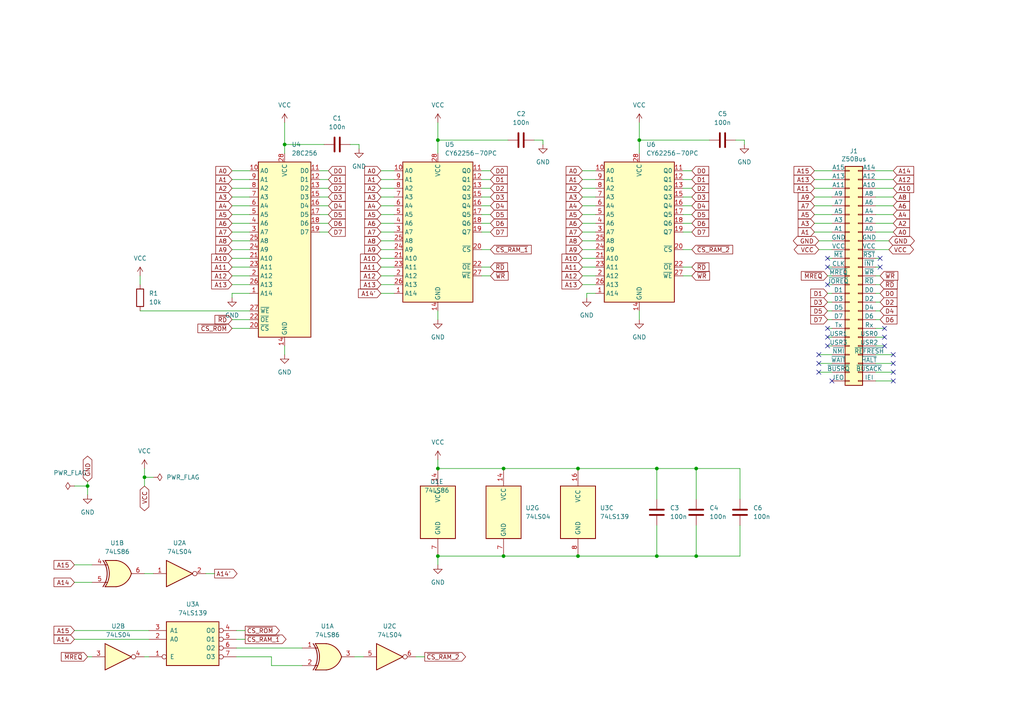
<source format=kicad_sch>
(kicad_sch (version 20211123) (generator eeschema)
  (paper "A4")
  (title_block (title "AZ80 Memory Board 1648") (date "2022-05-22") (rev "v1.0") (company "Andrea Bettarini"))
  (lib_symbols
    (symbol "74xx:74LS04"
      (property "Reference" "U" (at 0 1.27 0))
      (property "Value" "74LS04" (at 0 -1.27 0))
      (symbol "74LS04_1_0"
        (pin input line (at -7.62 0 0) (length 3.81) (name "~") (number "1"))
        (pin output inverted (at 7.62 0 180) (length 3.81) (name "~") (number "2"))
      )
      (symbol "74LS04_2_0"
        (pin input line (at -7.62 0 0) (length 3.81) (name "~") (number "3"))
        (pin output inverted (at 7.62 0 180) (length 3.81) (name "~") (number "4"))
      )
      (symbol "74LS04_3_0"
        (pin input line (at -7.62 0 0) (length 3.81) (name "~") (number "5"))
        (pin output inverted (at 7.62 0 180) (length 3.81) (name "~") (number "6"))
      )
      (symbol "74LS04_4_0"
        (pin output inverted (at 7.62 0 180) (length 3.81) (name "~") (number "8"))
        (pin input line (at -7.62 0 0) (length 3.81) (name "~") (number "9"))
      )
      (symbol "74LS04_5_0"
        (pin output inverted (at 7.62 0 180) (length 3.81) (name "~") (number "10"))
        (pin input line (at -7.62 0 0) (length 3.81) (name "~") (number "11"))
      )
      (symbol "74LS04_6_0"
        (pin output inverted (at 7.62 0 180) (length 3.81) (name "~") (number "12"))
        (pin input line (at -7.62 0 0) (length 3.81) (name "~") (number "13"))
      )
      (symbol "74LS04_7_0"
        (pin power_in line (at 0 12.7 270) (length 5.08) (name "VCC") (number "14"))
        (pin power_in line (at 0 -12.7 90) (length 5.08) (name "GND") (number "7"))
      )
    )
    (symbol "74xx:74LS139" (pin_names (offset 1.016))
      (property "Reference" "U" (at -7.62 8.89 0))
      (property "Value" "74LS139" (at -7.62 -8.89 0))
      (symbol "74LS139_1_0"
        (pin input inverted (at -12.7 -5.08 0) (length 5.08) (name "E") (number "1"))
        (pin input line (at -12.7 0 0) (length 5.08) (name "A0") (number "2"))
        (pin input line (at -12.7 2.54 0) (length 5.08) (name "A1") (number "3"))
        (pin output inverted (at 12.7 2.54 180) (length 5.08) (name "O0") (number "4"))
        (pin output inverted (at 12.7 0 180) (length 5.08) (name "O1") (number "5"))
        (pin output inverted (at 12.7 -2.54 180) (length 5.08) (name "O2") (number "6"))
        (pin output inverted (at 12.7 -5.08 180) (length 5.08) (name "O3") (number "7"))
      )
      (symbol "74LS139_2_0"
        (pin output inverted (at 12.7 -2.54 180) (length 5.08) (name "O2") (number "10"))
        (pin output inverted (at 12.7 0 180) (length 5.08) (name "O1") (number "11"))
        (pin output inverted (at 12.7 2.54 180) (length 5.08) (name "O0") (number "12"))
        (pin input line (at -12.7 2.54 0) (length 5.08) (name "A1") (number "13"))
        (pin input line (at -12.7 0 0) (length 5.08) (name "A0") (number "14"))
        (pin input inverted (at -12.7 -5.08 0) (length 5.08) (name "E") (number "15"))
        (pin output inverted (at 12.7 -5.08 180) (length 5.08) (name "O3") (number "9"))
      )
      (symbol "74LS139_3_0"
        (pin power_in line (at 0 12.7 270) (length 5.08) (name "VCC") (number "16"))
        (pin power_in line (at 0 -12.7 90) (length 5.08) (name "GND") (number "8"))
      )
    )
    (symbol "74xx:74LS86" (pin_names (offset 1.016))
      (property "Reference" "U" (at 0 1.27 0))
      (property "Value" "74LS86" (at 0 -1.27 0))
      (symbol "74LS86_1_0"
        (pin input line (at -7.62 2.54 0) (length 4.445) (name "~") (number "1"))
        (pin input line (at -7.62 -2.54 0) (length 4.445) (name "~") (number "2"))
        (pin output line (at 7.62 0 180) (length 3.81) (name "~") (number "3"))
      )
      (symbol "74LS86_2_0"
        (pin input line (at -7.62 2.54 0) (length 4.445) (name "~") (number "4"))
        (pin input line (at -7.62 -2.54 0) (length 4.445) (name "~") (number "5"))
        (pin output line (at 7.62 0 180) (length 3.81) (name "~") (number "6"))
      )
      (symbol "74LS86_3_0"
        (pin input line (at -7.62 -2.54 0) (length 4.445) (name "~") (number "10"))
        (pin output line (at 7.62 0 180) (length 3.81) (name "~") (number "8"))
        (pin input line (at -7.62 2.54 0) (length 4.445) (name "~") (number "9"))
      )
      (symbol "74LS86_4_0"
        (pin output line (at 7.62 0 180) (length 3.81) (name "~") (number "11"))
        (pin input line (at -7.62 2.54 0) (length 4.445) (name "~") (number "12"))
        (pin input line (at -7.62 -2.54 0) (length 4.445) (name "~") (number "13"))
      )
      (symbol "74LS86_5_0"
        (pin power_in line (at 0 12.7 270) (length 5.08) (name "VCC") (number "14"))
        (pin power_in line (at 0 -12.7 90) (length 5.08) (name "GND") (number "7"))
      )
    )
    (symbol "Device:C" (pin_numbers hide) (pin_names (offset 0.254))
      (property "Reference" "C" (at 0.635 2.54 0))
      (property "Value" "C" (at 0.635 -2.54 0))
      (symbol "C_1_1"
        (pin passive line (at 0 3.81 270) (length 2.794) (name "~") (number "1"))
        (pin passive line (at 0 -3.81 90) (length 2.794) (name "~") (number "2"))
      )
    )
    (symbol "Device:R" (pin_numbers hide) (pin_names (offset 0))
      (property "Reference" "R" (at 2.032 0 90))
      (property "Value" "R" (at 0 0 90))
      (symbol "R_1_1"
        (pin passive line (at 0 3.81 270) (length 1.27) (name "~") (number "1"))
        (pin passive line (at 0 -3.81 90) (length 1.27) (name "~") (number "2"))
      )
    )
    (symbol "Memory_EEPROM:28C256"
      (property "Reference" "U" (at -7.62 26.67 0))
      (property "Value" "28C256" (at 2.54 -26.67 0))
      (symbol "28C256_1_1"
        (pin input line (at -10.16 -12.7 0) (length 2.54) (name "A14") (number "1"))
        (pin input line (at -10.16 22.86 0) (length 2.54) (name "A0") (number "10"))
        (pin tri_state line (at 10.16 22.86 180) (length 2.54) (name "D0") (number "11"))
        (pin tri_state line (at 10.16 20.32 180) (length 2.54) (name "D1") (number "12"))
        (pin tri_state line (at 10.16 17.78 180) (length 2.54) (name "D2") (number "13"))
        (pin power_in line (at 0 -27.94 90) (length 2.54) (name "GND") (number "14"))
        (pin tri_state line (at 10.16 15.24 180) (length 2.54) (name "D3") (number "15"))
        (pin tri_state line (at 10.16 12.7 180) (length 2.54) (name "D4") (number "16"))
        (pin tri_state line (at 10.16 10.16 180) (length 2.54) (name "D5") (number "17"))
        (pin tri_state line (at 10.16 7.62 180) (length 2.54) (name "D6") (number "18"))
        (pin tri_state line (at 10.16 5.08 180) (length 2.54) (name "D7") (number "19"))
        (pin input line (at -10.16 -7.62 0) (length 2.54) (name "A12") (number "2"))
        (pin input line (at -10.16 -22.86 0) (length 2.54) (name "~{CS}") (number "20"))
        (pin input line (at -10.16 -2.54 0) (length 2.54) (name "A10") (number "21"))
        (pin input line (at -10.16 -20.32 0) (length 2.54) (name "~{OE}") (number "22"))
        (pin input line (at -10.16 -5.08 0) (length 2.54) (name "A11") (number "23"))
        (pin input line (at -10.16 0 0) (length 2.54) (name "A9") (number "24"))
        (pin input line (at -10.16 2.54 0) (length 2.54) (name "A8") (number "25"))
        (pin input line (at -10.16 -10.16 0) (length 2.54) (name "A13") (number "26"))
        (pin input line (at -10.16 -17.78 0) (length 2.54) (name "~{WE}") (number "27"))
        (pin power_in line (at 0 27.94 270) (length 2.54) (name "VCC") (number "28"))
        (pin input line (at -10.16 5.08 0) (length 2.54) (name "A7") (number "3"))
        (pin input line (at -10.16 7.62 0) (length 2.54) (name "A6") (number "4"))
        (pin input line (at -10.16 10.16 0) (length 2.54) (name "A5") (number "5"))
        (pin input line (at -10.16 12.7 0) (length 2.54) (name "A4") (number "6"))
        (pin input line (at -10.16 15.24 0) (length 2.54) (name "A3") (number "7"))
        (pin input line (at -10.16 17.78 0) (length 2.54) (name "A2") (number "8"))
        (pin input line (at -10.16 20.32 0) (length 2.54) (name "A1") (number "9"))
      )
    )
    (symbol "Memory_RAM:CY62256-70PC"
      (property "Reference" "U" (at -10.16 20.955 0))
      (property "Value" "CY62256-70PC" (at 2.54 20.955 0))
      (symbol "CY62256-70PC_0_0"
        (pin power_in line (at 0 -22.86 90) (length 2.54) (name "GND") (number "14"))
        (pin power_in line (at 0 22.86 270) (length 2.54) (name "VCC") (number "28"))
      )
      (symbol "CY62256-70PC_1_1"
        (pin input line (at -12.7 -17.78 0) (length 2.54) (name "A14") (number "1"))
        (pin input line (at -12.7 17.78 0) (length 2.54) (name "A0") (number "10"))
        (pin tri_state line (at 12.7 17.78 180) (length 2.54) (name "Q0") (number "11"))
        (pin tri_state line (at 12.7 15.24 180) (length 2.54) (name "Q1") (number "12"))
        (pin tri_state line (at 12.7 12.7 180) (length 2.54) (name "Q2") (number "13"))
        (pin tri_state line (at 12.7 10.16 180) (length 2.54) (name "Q3") (number "15"))
        (pin tri_state line (at 12.7 7.62 180) (length 2.54) (name "Q4") (number "16"))
        (pin tri_state line (at 12.7 5.08 180) (length 2.54) (name "Q5") (number "17"))
        (pin tri_state line (at 12.7 2.54 180) (length 2.54) (name "Q6") (number "18"))
        (pin tri_state line (at 12.7 0 180) (length 2.54) (name "Q7") (number "19"))
        (pin input line (at -12.7 -12.7 0) (length 2.54) (name "A12") (number "2"))
        (pin input line (at 12.7 -5.08 180) (length 2.54) (name "~{CS}") (number "20"))
        (pin input line (at -12.7 -7.62 0) (length 2.54) (name "A10") (number "21"))
        (pin input line (at 12.7 -10.16 180) (length 2.54) (name "~{OE}") (number "22"))
        (pin input line (at -12.7 -10.16 0) (length 2.54) (name "A11") (number "23"))
        (pin input line (at -12.7 -5.08 0) (length 2.54) (name "A9") (number "24"))
        (pin input line (at -12.7 -2.54 0) (length 2.54) (name "A8") (number "25"))
        (pin input line (at -12.7 -15.24 0) (length 2.54) (name "A13") (number "26"))
        (pin input line (at 12.7 -12.7 180) (length 2.54) (name "~{WE}") (number "27"))
        (pin input line (at -12.7 0 0) (length 2.54) (name "A7") (number "3"))
        (pin input line (at -12.7 2.54 0) (length 2.54) (name "A6") (number "4"))
        (pin input line (at -12.7 5.08 0) (length 2.54) (name "A5") (number "5"))
        (pin input line (at -12.7 7.62 0) (length 2.54) (name "A4") (number "6"))
        (pin input line (at -12.7 10.16 0) (length 2.54) (name "A3") (number "7"))
        (pin input line (at -12.7 12.7 0) (length 2.54) (name "A2") (number "8"))
        (pin input line (at -12.7 15.24 0) (length 2.54) (name "A1") (number "9"))
      )
    )
    (symbol "Z80HB---Modular-rescue:Z50Bus-Connector_Generic" (pin_numbers hide) (pin_names (offset 0))
      (property "Reference" "J" (at 1.27 33.02 0))
      (property "Value" "Z50Bus-Connector_Generic" (at 1.27 -33.02 0))
      (symbol "Z50Bus-Connector_Generic_1_1"
        (pin passive line (at -5.08 30.48 0) (length 3.81) (name "A15") (number "1"))
        (pin passive line (at 7.62 20.32 180) (length 3.81) (name "A6") (number "10"))
        (pin passive line (at -5.08 17.78 0) (length 3.81) (name "A5") (number "11"))
        (pin passive line (at 7.62 17.78 180) (length 3.81) (name "A4") (number "12"))
        (pin passive line (at -5.08 15.24 0) (length 3.81) (name "A3") (number "13"))
        (pin passive line (at 7.62 15.24 180) (length 3.81) (name "A2") (number "14"))
        (pin passive line (at -5.08 12.7 0) (length 3.81) (name "A1") (number "15"))
        (pin passive line (at 7.62 12.7 180) (length 3.81) (name "A0") (number "16"))
        (pin passive line (at -5.08 10.16 0) (length 3.81) (name "GND") (number "17"))
        (pin passive line (at 7.62 10.16 180) (length 3.81) (name "GND") (number "18"))
        (pin passive line (at -5.08 7.62 0) (length 3.81) (name "VCC") (number "19"))
        (pin passive line (at 7.62 30.48 180) (length 3.81) (name "A14") (number "2"))
        (pin passive line (at 7.62 7.62 180) (length 3.81) (name "VCC") (number "20"))
        (pin passive line (at -5.08 5.08 0) (length 3.81) (name "~{M1}") (number "21"))
        (pin passive line (at 7.62 5.08 180) (length 3.81) (name "~{RST}") (number "22"))
        (pin passive line (at -5.08 2.54 0) (length 3.81) (name "CLK") (number "23"))
        (pin passive line (at 7.62 2.54 180) (length 3.81) (name "~{INT}") (number "24"))
        (pin passive line (at -5.08 0 0) (length 3.81) (name "~{MREQ}") (number "25"))
        (pin passive line (at 7.62 0 180) (length 3.81) (name "~{WR}") (number "26"))
        (pin passive line (at -5.08 -2.54 0) (length 3.81) (name "~{IOREQ}") (number "27"))
        (pin passive line (at 7.62 -2.54 180) (length 3.81) (name "~{RD}") (number "28"))
        (pin passive line (at -5.08 -5.08 0) (length 3.81) (name "D1") (number "29"))
        (pin passive line (at -5.08 27.94 0) (length 3.81) (name "A13") (number "3"))
        (pin passive line (at 7.62 -5.08 180) (length 3.81) (name "D0") (number "30"))
        (pin passive line (at -5.08 -7.62 0) (length 3.81) (name "D3") (number "31"))
        (pin passive line (at 7.62 -7.62 180) (length 3.81) (name "D2") (number "32"))
        (pin passive line (at -5.08 -10.16 0) (length 3.81) (name "D5") (number "33"))
        (pin passive line (at 7.62 -10.16 180) (length 3.81) (name "D4") (number "34"))
        (pin passive line (at -5.08 -12.7 0) (length 3.81) (name "D7") (number "35"))
        (pin passive line (at 7.62 -12.7 180) (length 3.81) (name "D6") (number "36"))
        (pin passive line (at -5.08 -15.24 0) (length 3.81) (name "Tx") (number "37"))
        (pin passive line (at 7.62 -15.24 180) (length 3.81) (name "Rx") (number "38"))
        (pin passive line (at -5.08 -17.78 0) (length 3.81) (name "USR1") (number "39"))
        (pin passive line (at 7.62 27.94 180) (length 3.81) (name "A12") (number "4"))
        (pin passive line (at 7.62 -17.78 180) (length 3.81) (name "USR0") (number "40"))
        (pin passive line (at -5.08 -20.32 0) (length 3.81) (name "USR3") (number "41"))
        (pin passive line (at 7.62 -20.32 180) (length 3.81) (name "USR2") (number "42"))
        (pin passive line (at -5.08 -22.86 0) (length 3.81) (name "~{NMI}") (number "43"))
        (pin passive line (at 7.62 -22.86 180) (length 3.81) (name "~{REFRESH}") (number "44"))
        (pin passive line (at -5.08 -25.4 0) (length 3.81) (name "~{WAIT}") (number "45"))
        (pin passive line (at 7.62 -25.4 180) (length 3.81) (name "~{HALT}") (number "46"))
        (pin passive line (at -5.08 -27.94 0) (length 3.81) (name "~{BUSRQ}") (number "47"))
        (pin passive line (at 7.62 -27.94 180) (length 3.81) (name "~{BUSACK}") (number "48"))
        (pin passive line (at -5.08 -30.48 0) (length 3.81) (name "IEO") (number "49"))
        (pin passive line (at -5.08 25.4 0) (length 3.81) (name "A11") (number "5"))
        (pin passive line (at 7.62 -30.48 180) (length 3.81) (name "IEI") (number "50"))
        (pin passive line (at 7.62 25.4 180) (length 3.81) (name "A10") (number "6"))
        (pin passive line (at -5.08 22.86 0) (length 3.81) (name "A9") (number "7"))
        (pin passive line (at 7.62 22.86 180) (length 3.81) (name "A8") (number "8"))
        (pin passive line (at -5.08 20.32 0) (length 3.81) (name "A7") (number "9"))
      )
    )
    (symbol "power:GND" (power) (pin_names (offset 0))
      (property "Value" "GND" (at 0 -3.81 0))
      (symbol "GND_1_1"
        (pin power_in line (at 0 0 270) (length 0) hide (name "GND") (number "1"))
      )
    )
    (symbol "power:PWR_FLAG" (power) (pin_numbers hide) (pin_names (offset 0) hide)
      (property "Value" "PWR_FLAG" (at 0 3.81 0))
      (symbol "PWR_FLAG_0_0"
        (pin power_out line (at 0 0 90) (length 0) (name "pwr") (number "1"))
      )
    )
    (symbol "power:VCC" (power) (pin_names (offset 0))
      (property "Value" "VCC" (at 0 3.81 0))
      (symbol "VCC_1_1"
        (pin power_in line (at 0 0 90) (length 0) hide (name "VCC") (number "1"))
      )
    )
  )
  (junction (at 127 135.89))
  (junction (at 167.64 161.29))
  (junction (at 82.55 41.91))
  (junction (at 167.64 135.89))
  (junction (at 201.93 161.29))
  (junction (at 127 161.29))
  (junction (at 190.5 161.29))
  (junction (at 25.4 140.97))
  (junction (at 185.42 40.64))
  (junction (at 190.5 135.89))
  (junction (at 201.93 135.89))
  (junction (at 146.05 135.89))
  (junction (at 41.91 138.43))
  (junction (at 127 40.64))
  (junction (at 146.05 161.29))
  (no_connect (at 256.54 97.79))
  (no_connect (at 237.49 102.87))
  (no_connect (at 237.49 105.41))
  (no_connect (at 237.49 107.95))
  (no_connect (at 240.03 95.25))
  (no_connect (at 240.03 97.79))
  (no_connect (at 240.03 100.33))
  (no_connect (at 241.3 110.49))
  (no_connect (at 259.08 107.95))
  (no_connect (at 240.03 82.55))
  (no_connect (at 259.08 102.87))
  (no_connect (at 255.27 77.47))
  (no_connect (at 256.54 100.33))
  (no_connect (at 256.54 95.25))
  (no_connect (at 240.03 74.93))
  (no_connect (at 259.08 105.41))
  (no_connect (at 259.08 110.49))
  (no_connect (at 255.27 74.93))
  (no_connect (at 240.03 77.47))
  (wire (pts (xy 127 161.29) (xy 146.05 161.29)))
  (wire (pts (xy 110.49 57.15) (xy 114.3 57.15)))
  (wire (pts (xy 254 82.55) (xy 255.27 82.55)))
  (wire (pts (xy 127 40.64) (xy 147.32 40.64)))
  (wire (pts (xy 240.03 97.79) (xy 241.3 97.79)))
  (wire (pts (xy 21.59 185.42) (xy 43.18 185.42)))
  (wire (pts (xy 67.31 64.77) (xy 72.39 64.77)))
  (wire (pts (xy 201.93 152.4) (xy 201.93 161.29)))
  (wire (pts (xy 257.81 72.39) (xy 254 72.39)))
  (wire (pts (xy 139.7 54.61) (xy 142.24 54.61)))
  (wire (pts (xy 198.12 67.31) (xy 200.66 67.31)))
  (wire (pts (xy 67.31 49.53) (xy 72.39 49.53)))
  (wire (pts (xy 67.31 74.93) (xy 72.39 74.93)))
  (wire (pts (xy 190.5 135.89) (xy 201.93 135.89)))
  (wire (pts (xy 41.91 135.89) (xy 41.91 138.43)))
  (wire (pts (xy 198.12 49.53) (xy 200.66 49.53)))
  (wire (pts (xy 240.03 80.01) (xy 241.3 80.01)))
  (wire (pts (xy 110.49 74.93) (xy 114.3 74.93)))
  (wire (pts (xy 110.49 77.47) (xy 114.3 77.47)))
  (wire (pts (xy 168.91 69.85) (xy 172.72 69.85)))
  (wire (pts (xy 82.55 100.33) (xy 82.55 102.87)))
  (wire (pts (xy 139.7 80.01) (xy 142.24 80.01)))
  (wire (pts (xy 168.91 49.53) (xy 172.72 49.53)))
  (wire (pts (xy 214.63 152.4) (xy 214.63 161.29)))
  (wire (pts (xy 236.22 59.69) (xy 241.3 59.69)))
  (wire (pts (xy 110.49 69.85) (xy 114.3 69.85)))
  (wire (pts (xy 236.22 49.53) (xy 241.3 49.53)))
  (wire (pts (xy 254 85.09) (xy 255.27 85.09)))
  (wire (pts (xy 190.5 161.29) (xy 201.93 161.29)))
  (wire (pts (xy 198.12 64.77) (xy 200.66 64.77)))
  (wire (pts (xy 139.7 64.77) (xy 142.24 64.77)))
  (wire (pts (xy 139.7 59.69) (xy 142.24 59.69)))
  (wire (pts (xy 67.31 59.69) (xy 72.39 59.69)))
  (wire (pts (xy 240.03 87.63) (xy 241.3 87.63)))
  (wire (pts (xy 198.12 77.47) (xy 200.66 77.47)))
  (wire (pts (xy 110.49 80.01) (xy 114.3 80.01)))
  (wire (pts (xy 67.31 82.55) (xy 72.39 82.55)))
  (wire (pts (xy 127 35.56) (xy 127 40.64)))
  (wire (pts (xy 110.49 54.61) (xy 114.3 54.61)))
  (wire (pts (xy 146.05 161.29) (xy 167.64 161.29)))
  (wire (pts (xy 127 90.17) (xy 127 92.71)))
  (wire (pts (xy 214.63 144.78) (xy 214.63 135.89)))
  (wire (pts (xy 102.87 190.5) (xy 105.41 190.5)))
  (wire (pts (xy 240.03 74.93) (xy 241.3 74.93)))
  (wire (pts (xy 259.08 59.69) (xy 254 59.69)))
  (wire (pts (xy 110.49 49.53) (xy 114.3 49.53)))
  (wire (pts (xy 168.91 67.31) (xy 172.72 67.31)))
  (wire (pts (xy 139.7 72.39) (xy 142.24 72.39)))
  (wire (pts (xy 236.22 57.15) (xy 241.3 57.15)))
  (wire (pts (xy 78.74 193.04) (xy 87.63 193.04)))
  (wire (pts (xy 240.03 90.17) (xy 241.3 90.17)))
  (wire (pts (xy 139.7 67.31) (xy 142.24 67.31)))
  (wire (pts (xy 67.31 92.71) (xy 72.39 92.71)))
  (wire (pts (xy 215.9 41.91) (xy 215.9 40.64)))
  (wire (pts (xy 67.31 62.23) (xy 72.39 62.23)))
  (wire (pts (xy 254 74.93) (xy 255.27 74.93)))
  (wire (pts (xy 168.91 52.07) (xy 172.72 52.07)))
  (wire (pts (xy 240.03 77.47) (xy 241.3 77.47)))
  (wire (pts (xy 67.31 67.31) (xy 72.39 67.31)))
  (wire (pts (xy 259.08 62.23) (xy 254 62.23)))
  (wire (pts (xy 201.93 135.89) (xy 201.93 144.78)))
  (wire (pts (xy 167.64 135.89) (xy 190.5 135.89)))
  (wire (pts (xy 110.49 67.31) (xy 114.3 67.31)))
  (wire (pts (xy 92.71 67.31) (xy 95.25 67.31)))
  (wire (pts (xy 254 97.79) (xy 256.54 97.79)))
  (wire (pts (xy 92.71 59.69) (xy 95.25 59.69)))
  (wire (pts (xy 236.22 54.61) (xy 241.3 54.61)))
  (wire (pts (xy 185.42 40.64) (xy 185.42 44.45)))
  (wire (pts (xy 139.7 62.23) (xy 142.24 62.23)))
  (wire (pts (xy 254 107.95) (xy 259.08 107.95)))
  (wire (pts (xy 240.03 82.55) (xy 241.3 82.55)))
  (wire (pts (xy 139.7 52.07) (xy 142.24 52.07)))
  (wire (pts (xy 139.7 57.15) (xy 142.24 57.15)))
  (wire (pts (xy 41.91 138.43) (xy 44.45 138.43)))
  (wire (pts (xy 127 161.29) (xy 127 163.83)))
  (wire (pts (xy 92.71 64.77) (xy 95.25 64.77)))
  (wire (pts (xy 259.08 54.61) (xy 254 54.61)))
  (wire (pts (xy 110.49 64.77) (xy 114.3 64.77)))
  (wire (pts (xy 240.03 85.09) (xy 241.3 85.09)))
  (wire (pts (xy 254 69.85) (xy 257.81 69.85)))
  (wire (pts (xy 21.59 163.83) (xy 26.67 163.83)))
  (wire (pts (xy 237.49 69.85) (xy 241.3 69.85)))
  (wire (pts (xy 254 110.49) (xy 259.08 110.49)))
  (wire (pts (xy 168.91 77.47) (xy 172.72 77.47)))
  (wire (pts (xy 236.22 52.07) (xy 241.3 52.07)))
  (wire (pts (xy 236.22 64.77) (xy 241.3 64.77)))
  (wire (pts (xy 198.12 80.01) (xy 200.66 80.01)))
  (wire (pts (xy 92.71 49.53) (xy 95.25 49.53)))
  (wire (pts (xy 237.49 102.87) (xy 241.3 102.87)))
  (wire (pts (xy 254 100.33) (xy 256.54 100.33)))
  (wire (pts (xy 120.65 190.5) (xy 123.19 190.5)))
  (wire (pts (xy 259.08 67.31) (xy 254 67.31)))
  (wire (pts (xy 237.49 72.39) (xy 241.3 72.39)))
  (wire (pts (xy 168.91 57.15) (xy 172.72 57.15)))
  (wire (pts (xy 110.49 52.07) (xy 114.3 52.07)))
  (wire (pts (xy 146.05 135.89) (xy 167.64 135.89)))
  (wire (pts (xy 67.31 85.09) (xy 72.39 85.09)))
  (wire (pts (xy 236.22 67.31) (xy 241.3 67.31)))
  (wire (pts (xy 198.12 54.61) (xy 200.66 54.61)))
  (wire (pts (xy 254 87.63) (xy 255.27 87.63)))
  (wire (pts (xy 21.59 168.91) (xy 26.67 168.91)))
  (wire (pts (xy 92.71 62.23) (xy 95.25 62.23)))
  (wire (pts (xy 259.08 64.77) (xy 254 64.77)))
  (wire (pts (xy 67.31 95.25) (xy 72.39 95.25)))
  (wire (pts (xy 240.03 95.25) (xy 241.3 95.25)))
  (wire (pts (xy 67.31 77.47) (xy 72.39 77.47)))
  (wire (pts (xy 170.18 85.09) (xy 170.18 86.36)))
  (wire (pts (xy 198.12 62.23) (xy 200.66 62.23)))
  (wire (pts (xy 254 102.87) (xy 259.08 102.87)))
  (wire (pts (xy 168.91 74.93) (xy 172.72 74.93)))
  (wire (pts (xy 67.31 69.85) (xy 72.39 69.85)))
  (wire (pts (xy 237.49 107.95) (xy 241.3 107.95)))
  (wire (pts (xy 157.48 40.64) (xy 154.94 40.64)))
  (wire (pts (xy 168.91 62.23) (xy 172.72 62.23)))
  (wire (pts (xy 168.91 54.61) (xy 172.72 54.61)))
  (wire (pts (xy 168.91 72.39) (xy 172.72 72.39)))
  (wire (pts (xy 185.42 90.17) (xy 185.42 92.71)))
  (wire (pts (xy 67.31 57.15) (xy 72.39 57.15)))
  (wire (pts (xy 78.74 190.5) (xy 78.74 193.04)))
  (wire (pts (xy 110.49 85.09) (xy 114.3 85.09)))
  (wire (pts (xy 67.31 80.01) (xy 72.39 80.01)))
  (wire (pts (xy 168.91 82.55) (xy 172.72 82.55)))
  (wire (pts (xy 92.71 57.15) (xy 95.25 57.15)))
  (wire (pts (xy 68.58 182.88) (xy 71.12 182.88)))
  (wire (pts (xy 25.4 140.97) (xy 25.4 143.51)))
  (wire (pts (xy 92.71 54.61) (xy 95.25 54.61)))
  (wire (pts (xy 110.49 72.39) (xy 114.3 72.39)))
  (wire (pts (xy 236.22 62.23) (xy 241.3 62.23)))
  (wire (pts (xy 198.12 72.39) (xy 200.66 72.39)))
  (wire (pts (xy 104.14 43.18) (xy 104.14 41.91)))
  (wire (pts (xy 215.9 40.64) (xy 213.36 40.64)))
  (wire (pts (xy 254 77.47) (xy 255.27 77.47)))
  (wire (pts (xy 110.49 62.23) (xy 114.3 62.23)))
  (wire (pts (xy 68.58 187.96) (xy 87.63 187.96)))
  (wire (pts (xy 190.5 152.4) (xy 190.5 161.29)))
  (wire (pts (xy 82.55 41.91) (xy 93.98 41.91)))
  (wire (pts (xy 21.59 140.97) (xy 25.4 140.97)))
  (wire (pts (xy 237.49 105.41) (xy 241.3 105.41)))
  (wire (pts (xy 201.93 161.29) (xy 214.63 161.29)))
  (wire (pts (xy 254 105.41) (xy 259.08 105.41)))
  (wire (pts (xy 67.31 86.36) (xy 67.31 85.09)))
  (wire (pts (xy 40.64 80.01) (xy 40.64 82.55)))
  (wire (pts (xy 110.49 82.55) (xy 114.3 82.55)))
  (wire (pts (xy 185.42 40.64) (xy 205.74 40.64)))
  (wire (pts (xy 25.4 139.7) (xy 25.4 140.97)))
  (wire (pts (xy 254 92.71) (xy 255.27 92.71)))
  (wire (pts (xy 198.12 52.07) (xy 200.66 52.07)))
  (wire (pts (xy 104.14 41.91) (xy 101.6 41.91)))
  (wire (pts (xy 254 90.17) (xy 255.27 90.17)))
  (wire (pts (xy 168.91 80.01) (xy 172.72 80.01)))
  (wire (pts (xy 67.31 54.61) (xy 72.39 54.61)))
  (wire (pts (xy 254 80.01) (xy 255.27 80.01)))
  (wire (pts (xy 21.59 182.88) (xy 43.18 182.88)))
  (wire (pts (xy 190.5 161.29) (xy 167.64 161.29)))
  (wire (pts (xy 254 95.25) (xy 256.54 95.25)))
  (wire (pts (xy 198.12 59.69) (xy 200.66 59.69)))
  (wire (pts (xy 110.49 59.69) (xy 114.3 59.69)))
  (wire (pts (xy 185.42 35.56) (xy 185.42 40.64)))
  (wire (pts (xy 82.55 35.56) (xy 82.55 41.91)))
  (wire (pts (xy 240.03 92.71) (xy 241.3 92.71)))
  (wire (pts (xy 157.48 41.91) (xy 157.48 40.64)))
  (wire (pts (xy 127 40.64) (xy 127 44.45)))
  (wire (pts (xy 68.58 190.5) (xy 78.74 190.5)))
  (wire (pts (xy 25.4 190.5) (xy 26.67 190.5)))
  (wire (pts (xy 67.31 72.39) (xy 72.39 72.39)))
  (wire (pts (xy 259.08 57.15) (xy 254 57.15)))
  (wire (pts (xy 139.7 49.53) (xy 142.24 49.53)))
  (wire (pts (xy 168.91 59.69) (xy 172.72 59.69)))
  (wire (pts (xy 127 135.89) (xy 146.05 135.89)))
  (wire (pts (xy 201.93 135.89) (xy 214.63 135.89)))
  (wire (pts (xy 68.58 185.42) (xy 71.12 185.42)))
  (wire (pts (xy 40.64 90.17) (xy 72.39 90.17)))
  (wire (pts (xy 41.91 138.43) (xy 41.91 140.97)))
  (wire (pts (xy 92.71 52.07) (xy 95.25 52.07)))
  (wire (pts (xy 259.08 52.07) (xy 254 52.07)))
  (wire (pts (xy 190.5 135.89) (xy 190.5 144.78)))
  (wire (pts (xy 259.08 49.53) (xy 254 49.53)))
  (wire (pts (xy 198.12 57.15) (xy 200.66 57.15)))
  (wire (pts (xy 240.03 100.33) (xy 241.3 100.33)))
  (wire (pts (xy 139.7 77.47) (xy 142.24 77.47)))
  (wire (pts (xy 172.72 85.09) (xy 170.18 85.09)))
  (wire (pts (xy 168.91 64.77) (xy 172.72 64.77)))
  (wire (pts (xy 59.69 166.37) (xy 62.23 166.37)))
  (wire (pts (xy 41.91 166.37) (xy 44.45 166.37)))
  (wire (pts (xy 127 133.35) (xy 127 135.89)))
  (wire (pts (xy 67.31 52.07) (xy 72.39 52.07)))
  (wire (pts (xy 41.91 190.5) (xy 43.18 190.5)))
  (wire (pts (xy 82.55 41.91) (xy 82.55 44.45)))
  (global_label "A3" (shape input) (at 110.49 57.15 180) (property "Intersheet References" "${INTERSHEET_REFS}" (effects hide)))
  (global_label "A9" (shape input) (at 110.49 72.39 180) (property "Intersheet References" "${INTERSHEET_REFS}" (effects hide)))
  (global_label "A3" (shape input) (at 168.91 57.15 180) (property "Intersheet References" "${INTERSHEET_REFS}" (effects hide)))
  (global_label "A12" (shape input) (at 110.49 80.01 180) (property "Intersheet References" "${INTERSHEET_REFS}" (effects hide)))
  (global_label "D4" (shape input) (at 200.66 59.69 0) (property "Intersheet References" "${INTERSHEET_REFS}" (effects hide)))
  (global_label "A14'" (shape input) (at 110.49 85.09 180) (property "Intersheet References" "${INTERSHEET_REFS}" (effects hide)))
  (global_label "VCC" (shape bidirectional) (at 41.91 140.97 270) (property "Intersheet References" "${INTERSHEET_REFS}" (effects hide)))
  (global_label "A4" (shape input) (at 110.49 59.69 180) (property "Intersheet References" "${INTERSHEET_REFS}" (effects hide)))
  (global_label "A11" (shape input) (at 168.91 77.47 180) (property "Intersheet References" "${INTERSHEET_REFS}" (effects hide)))
  (global_label "A13" (shape input) (at 236.22 52.07 180) (property "Intersheet References" "${INTERSHEET_REFS}" (effects hide)))
  (global_label "A3" (shape input) (at 236.22 64.77 180) (property "Intersheet References" "${INTERSHEET_REFS}" (effects hide)))
  (global_label "D1" (shape input) (at 95.25 52.07 0) (property "Intersheet References" "${INTERSHEET_REFS}" (effects hide)))
  (global_label "A11" (shape input) (at 110.49 77.47 180) (property "Intersheet References" "${INTERSHEET_REFS}" (effects hide)))
  (global_label "A1" (shape input) (at 67.31 52.07 180) (property "Intersheet References" "${INTERSHEET_REFS}" (effects hide)))
  (global_label "A12" (shape input) (at 67.31 80.01 180) (property "Intersheet References" "${INTERSHEET_REFS}" (effects hide)))
  (global_label "A6" (shape input) (at 110.49 64.77 180) (property "Intersheet References" "${INTERSHEET_REFS}" (effects hide)))
  (global_label "VCC" (shape bidirectional) (at 237.49 72.39 180) (property "Intersheet References" "${INTERSHEET_REFS}" (effects hide)))
  (global_label "GND" (shape bidirectional) (at 257.81 69.85 0) (property "Intersheet References" "${INTERSHEET_REFS}" (effects hide)))
  (global_label "~{CS_RAM_1}" (shape output) (at 71.12 185.42 0) (property "Intersheet References" "${INTERSHEET_REFS}" (effects hide)))
  (global_label "A7" (shape input) (at 67.31 67.31 180) (property "Intersheet References" "${INTERSHEET_REFS}" (effects hide)))
  (global_label "A12" (shape input) (at 168.91 80.01 180) (property "Intersheet References" "${INTERSHEET_REFS}" (effects hide)))
  (global_label "~{WR}" (shape input) (at 200.66 80.01 0) (property "Intersheet References" "${INTERSHEET_REFS}" (effects hide)))
  (global_label "A0" (shape input) (at 67.31 49.53 180) (property "Intersheet References" "${INTERSHEET_REFS}" (effects hide)))
  (global_label "A2" (shape input) (at 168.91 54.61 180) (property "Intersheet References" "${INTERSHEET_REFS}" (effects hide)))
  (global_label "~{RD}" (shape input) (at 67.31 92.71 180) (property "Intersheet References" "${INTERSHEET_REFS}" (effects hide)))
  (global_label "D0" (shape input) (at 200.66 49.53 0) (property "Intersheet References" "${INTERSHEET_REFS}" (effects hide)))
  (global_label "~{RD}" (shape input) (at 142.24 77.47 0) (property "Intersheet References" "${INTERSHEET_REFS}" (effects hide)))
  (global_label "A2" (shape input) (at 110.49 54.61 180) (property "Intersheet References" "${INTERSHEET_REFS}" (effects hide)))
  (global_label "~{CS_ROM}" (shape input) (at 67.31 95.25 180) (property "Intersheet References" "${INTERSHEET_REFS}" (effects hide)))
  (global_label "D2" (shape input) (at 200.66 54.61 0) (property "Intersheet References" "${INTERSHEET_REFS}" (effects hide)))
  (global_label "D0" (shape input) (at 255.27 85.09 0) (property "Intersheet References" "${INTERSHEET_REFS}" (effects hide)))
  (global_label "A8" (shape input) (at 110.49 69.85 180) (property "Intersheet References" "${INTERSHEET_REFS}" (effects hide)))
  (global_label "A12" (shape input) (at 259.08 52.07 0) (property "Intersheet References" "${INTERSHEET_REFS}" (effects hide)))
  (global_label "A0" (shape input) (at 259.08 67.31 0) (property "Intersheet References" "${INTERSHEET_REFS}" (effects hide)))
  (global_label "D5" (shape input) (at 142.24 62.23 0) (property "Intersheet References" "${INTERSHEET_REFS}" (effects hide)))
  (global_label "A8" (shape input) (at 259.08 57.15 0) (property "Intersheet References" "${INTERSHEET_REFS}" (effects hide)))
  (global_label "GND" (shape bidirectional) (at 25.4 139.7 90) (property "Intersheet References" "${INTERSHEET_REFS}" (effects hide)))
  (global_label "D2" (shape input) (at 255.27 87.63 0) (property "Intersheet References" "${INTERSHEET_REFS}" (effects hide)))
  (global_label "D3" (shape input) (at 142.24 57.15 0) (property "Intersheet References" "${INTERSHEET_REFS}" (effects hide)))
  (global_label "D5" (shape input) (at 95.25 62.23 0) (property "Intersheet References" "${INTERSHEET_REFS}" (effects hide)))
  (global_label "A9" (shape input) (at 236.22 57.15 180) (property "Intersheet References" "${INTERSHEET_REFS}" (effects hide)))
  (global_label "A0" (shape input) (at 168.91 49.53 180) (property "Intersheet References" "${INTERSHEET_REFS}" (effects hide)))
  (global_label "~{RD}" (shape input) (at 200.66 77.47 0) (property "Intersheet References" "${INTERSHEET_REFS}" (effects hide)))
  (global_label "D7" (shape input) (at 95.25 67.31 0) (property "Intersheet References" "${INTERSHEET_REFS}" (effects hide)))
  (global_label "D5" (shape input) (at 240.03 90.17 180) (property "Intersheet References" "${INTERSHEET_REFS}" (effects hide)))
  (global_label "D0" (shape input) (at 142.24 49.53 0) (property "Intersheet References" "${INTERSHEET_REFS}" (effects hide)))
  (global_label "A11" (shape input) (at 236.22 54.61 180) (property "Intersheet References" "${INTERSHEET_REFS}" (effects hide)))
  (global_label "~{WR}" (shape input) (at 255.27 80.01 0) (property "Intersheet References" "${INTERSHEET_REFS}" (effects hide)))
  (global_label "A14'" (shape output) (at 62.23 166.37 0) (property "Intersheet References" "${INTERSHEET_REFS}" (effects hide)))
  (global_label "~{CS_RAM_2}" (shape input) (at 200.66 72.39 0) (property "Intersheet References" "${INTERSHEET_REFS}" (effects hide)))
  (global_label "~{CS_RAM_2}" (shape output) (at 123.19 190.5 0) (property "Intersheet References" "${INTERSHEET_REFS}" (effects hide)))
  (global_label "A1" (shape input) (at 110.49 52.07 180) (property "Intersheet References" "${INTERSHEET_REFS}" (effects hide)))
  (global_label "A1" (shape input) (at 168.91 52.07 180) (property "Intersheet References" "${INTERSHEET_REFS}" (effects hide)))
  (global_label "D6" (shape input) (at 142.24 64.77 0) (property "Intersheet References" "${INTERSHEET_REFS}" (effects hide)))
  (global_label "D4" (shape input) (at 95.25 59.69 0) (property "Intersheet References" "${INTERSHEET_REFS}" (effects hide)))
  (global_label "A15" (shape input) (at 21.59 182.88 180) (property "Intersheet References" "${INTERSHEET_REFS}" (effects hide)))
  (global_label "A4" (shape input) (at 259.08 62.23 0) (property "Intersheet References" "${INTERSHEET_REFS}" (effects hide)))
  (global_label "A5" (shape input) (at 110.49 62.23 180) (property "Intersheet References" "${INTERSHEET_REFS}" (effects hide)))
  (global_label "A8" (shape input) (at 67.31 69.85 180) (property "Intersheet References" "${INTERSHEET_REFS}" (effects hide)))
  (global_label "~{CS_RAM_1}" (shape input) (at 142.24 72.39 0) (property "Intersheet References" "${INTERSHEET_REFS}" (effects hide)))
  (global_label "D1" (shape input) (at 240.03 85.09 180) (property "Intersheet References" "${INTERSHEET_REFS}" (effects hide)))
  (global_label "A13" (shape input) (at 67.31 82.55 180) (property "Intersheet References" "${INTERSHEET_REFS}" (effects hide)))
  (global_label "~{WR}" (shape input) (at 142.24 80.01 0) (property "Intersheet References" "${INTERSHEET_REFS}" (effects hide)))
  (global_label "D3" (shape input) (at 240.03 87.63 180) (property "Intersheet References" "${INTERSHEET_REFS}" (effects hide)))
  (global_label "A14" (shape input) (at 21.59 185.42 180) (property "Intersheet References" "${INTERSHEET_REFS}" (effects hide)))
  (global_label "A7" (shape input) (at 168.91 67.31 180) (property "Intersheet References" "${INTERSHEET_REFS}" (effects hide)))
  (global_label "D0" (shape input) (at 95.25 49.53 0) (property "Intersheet References" "${INTERSHEET_REFS}" (effects hide)))
  (global_label "A10" (shape input) (at 168.91 74.93 180) (property "Intersheet References" "${INTERSHEET_REFS}" (effects hide)))
  (global_label "A2" (shape input) (at 67.31 54.61 180) (property "Intersheet References" "${INTERSHEET_REFS}" (effects hide)))
  (global_label "A9" (shape input) (at 168.91 72.39 180) (property "Intersheet References" "${INTERSHEET_REFS}" (effects hide)))
  (global_label "D6" (shape input) (at 95.25 64.77 0) (property "Intersheet References" "${INTERSHEET_REFS}" (effects hide)))
  (global_label "A6" (shape input) (at 259.08 59.69 0) (property "Intersheet References" "${INTERSHEET_REFS}" (effects hide)))
  (global_label "D7" (shape input) (at 200.66 67.31 0) (property "Intersheet References" "${INTERSHEET_REFS}" (effects hide)))
  (global_label "D1" (shape input) (at 142.24 52.07 0) (property "Intersheet References" "${INTERSHEET_REFS}" (effects hide)))
  (global_label "~{MREQ}" (shape input) (at 240.03 80.01 180) (property "Intersheet References" "${INTERSHEET_REFS}" (effects hide)))
  (global_label "A6" (shape input) (at 168.91 64.77 180) (property "Intersheet References" "${INTERSHEET_REFS}" (effects hide)))
  (global_label "A13" (shape input) (at 168.91 82.55 180) (property "Intersheet References" "${INTERSHEET_REFS}" (effects hide)))
  (global_label "~{MREQ}" (shape input) (at 25.4 190.5 180) (property "Intersheet References" "${INTERSHEET_REFS}" (effects hide)))
  (global_label "A4" (shape input) (at 168.91 59.69 180) (property "Intersheet References" "${INTERSHEET_REFS}" (effects hide)))
  (global_label "A14" (shape input) (at 21.59 168.91 180) (property "Intersheet References" "${INTERSHEET_REFS}" (effects hide)))
  (global_label "~{CS_ROM}" (shape output) (at 71.12 182.88 0) (property "Intersheet References" "${INTERSHEET_REFS}" (effects hide)))
  (global_label "A6" (shape input) (at 67.31 64.77 180) (property "Intersheet References" "${INTERSHEET_REFS}" (effects hide)))
  (global_label "A3" (shape input) (at 67.31 57.15 180) (property "Intersheet References" "${INTERSHEET_REFS}" (effects hide)))
  (global_label "A10" (shape input) (at 67.31 74.93 180) (property "Intersheet References" "${INTERSHEET_REFS}" (effects hide)))
  (global_label "A7" (shape input) (at 110.49 67.31 180) (property "Intersheet References" "${INTERSHEET_REFS}" (effects hide)))
  (global_label "A5" (shape input) (at 236.22 62.23 180) (property "Intersheet References" "${INTERSHEET_REFS}" (effects hide)))
  (global_label "~{RD}" (shape input) (at 255.27 82.55 0) (property "Intersheet References" "${INTERSHEET_REFS}" (effects hide)))
  (global_label "D3" (shape input) (at 95.25 57.15 0) (property "Intersheet References" "${INTERSHEET_REFS}" (effects hide)))
  (global_label "A4" (shape input) (at 67.31 59.69 180) (property "Intersheet References" "${INTERSHEET_REFS}" (effects hide)))
  (global_label "D4" (shape input) (at 255.27 90.17 0) (property "Intersheet References" "${INTERSHEET_REFS}" (effects hide)))
  (global_label "GND" (shape bidirectional) (at 237.49 69.85 180) (property "Intersheet References" "${INTERSHEET_REFS}" (effects hide)))
  (global_label "D1" (shape input) (at 200.66 52.07 0) (property "Intersheet References" "${INTERSHEET_REFS}" (effects hide)))
  (global_label "A10" (shape input) (at 110.49 74.93 180) (property "Intersheet References" "${INTERSHEET_REFS}" (effects hide)))
  (global_label "A1" (shape input) (at 236.22 67.31 180) (property "Intersheet References" "${INTERSHEET_REFS}" (effects hide)))
  (global_label "D6" (shape input) (at 200.66 64.77 0) (property "Intersheet References" "${INTERSHEET_REFS}" (effects hide)))
  (global_label "A10" (shape input) (at 259.08 54.61 0) (property "Intersheet References" "${INTERSHEET_REFS}" (effects hide)))
  (global_label "A15" (shape input) (at 21.59 163.83 180) (property "Intersheet References" "${INTERSHEET_REFS}" (effects hide)))
  (global_label "A11" (shape input) (at 67.31 77.47 180) (property "Intersheet References" "${INTERSHEET_REFS}" (effects hide)))
  (global_label "A8" (shape input) (at 168.91 69.85 180) (property "Intersheet References" "${INTERSHEET_REFS}" (effects hide)))
  (global_label "A0" (shape input) (at 110.49 49.53 180) (property "Intersheet References" "${INTERSHEET_REFS}" (effects hide)))
  (global_label "A5" (shape input) (at 67.31 62.23 180) (property "Intersheet References" "${INTERSHEET_REFS}" (effects hide)))
  (global_label "A5" (shape input) (at 168.91 62.23 180) (property "Intersheet References" "${INTERSHEET_REFS}" (effects hide)))
  (global_label "A14" (shape input) (at 259.08 49.53 0) (property "Intersheet References" "${INTERSHEET_REFS}" (effects hide)))
  (global_label "D5" (shape input) (at 200.66 62.23 0) (property "Intersheet References" "${INTERSHEET_REFS}" (effects hide)))
  (global_label "A15" (shape input) (at 236.22 49.53 180) (property "Intersheet References" "${INTERSHEET_REFS}" (effects hide)))
  (global_label "VCC" (shape bidirectional) (at 257.81 72.39 0) (property "Intersheet References" "${INTERSHEET_REFS}" (effects hide)))
  (global_label "A7" (shape input) (at 236.22 59.69 180) (property "Intersheet References" "${INTERSHEET_REFS}" (effects hide)))
  (global_label "D7" (shape input) (at 240.03 92.71 180) (property "Intersheet References" "${INTERSHEET_REFS}" (effects hide)))
  (global_label "A13" (shape input) (at 110.49 82.55 180) (property "Intersheet References" "${INTERSHEET_REFS}" (effects hide)))
  (global_label "D6" (shape input) (at 255.27 92.71 0) (property "Intersheet References" "${INTERSHEET_REFS}" (effects hide)))
  (global_label "D2" (shape input) (at 95.25 54.61 0) (property "Intersheet References" "${INTERSHEET_REFS}" (effects hide)))
  (global_label "D4" (shape input) (at 142.24 59.69 0) (property "Intersheet References" "${INTERSHEET_REFS}" (effects hide)))
  (global_label "A2" (shape input) (at 259.08 64.77 0) (property "Intersheet References" "${INTERSHEET_REFS}" (effects hide)))
  (global_label "A9" (shape input) (at 67.31 72.39 180) (property "Intersheet References" "${INTERSHEET_REFS}" (effects hide)))
  (global_label "D7" (shape input) (at 142.24 67.31 0) (property "Intersheet References" "${INTERSHEET_REFS}" (effects hide)))
  (global_label "D3" (shape input) (at 200.66 57.15 0) (property "Intersheet References" "${INTERSHEET_REFS}" (effects hide)))
  (global_label "D2" (shape input) (at 142.24 54.61 0) (property "Intersheet References" "${INTERSHEET_REFS}" (effects hide)))
  (symbol (lib_id "power:GND") (at 215.9 41.91 0) (mirror y) (unit 1)
    (property "Reference" "#PWR016" (effects hide))
    (property "Value" "GND" (at 215.9 46.99 0))
  )
  (symbol (lib_id "Device:C") (at 214.63 148.59 0) (unit 1)
    (property "Reference" "C6" (at 218.44 147.3199 0) (effects (justify left)))
    (property "Value" "100n" (at 218.44 149.8599 0) (effects (justify left)))
    (property "Footprint" "Capacitor_THT:C_Disc_D3.8mm_W2.6mm_P2.50mm" (effects hide))
  )
  (symbol (lib_id "power:VCC") (at 82.55 35.56 0) (unit 1)
    (property "Reference" "#PWR05" (effects hide))
    (property "Value" "VCC" (at 82.55 30.48 0))
  )
  (symbol (lib_id "power:GND") (at 67.31 86.36 0) (unit 1)
    (property "Reference" "#PWR04" (effects hide))
    (property "Value" "GND" (at 67.31 91.44 0))
  )
  (symbol (lib_id "Device:R") (at 40.64 86.36 0) (unit 1)
    (property "Reference" "R1" (at 43.18 85.0899 0) (effects (justify left)))
    (property "Value" "10k" (at 43.18 87.6299 0) (effects (justify left)))
    (property "Footprint" "Resistor_THT:R_Axial_DIN0204_L3.6mm_D1.6mm_P7.62mm_Horizontal" (effects hide))
  )
  (symbol (lib_id "power:GND") (at 185.42 92.71 0) (unit 1)
    (property "Reference" "#PWR015" (effects hide))
    (property "Value" "GND" (at 185.42 97.79 0))
  )
  (symbol (lib_id "Device:C") (at 151.13 40.64 90) (unit 1)
    (property "Reference" "C2" (at 151.13 33.02 90))
    (property "Value" "100n" (at 151.13 35.56 90))
    (property "Footprint" "Capacitor_THT:C_Disc_D3.8mm_W2.6mm_P2.50mm" (effects hide))
  )
  (symbol (lib_id "Device:C") (at 201.93 148.59 180) (unit 1)
    (property "Reference" "C4" (at 205.74 147.3199 0) (effects (justify right)))
    (property "Value" "100n" (at 205.74 149.8599 0) (effects (justify right)))
    (property "Footprint" "Capacitor_THT:C_Disc_D3.8mm_W2.6mm_P2.50mm" (effects hide))
  )
  (symbol (lib_id "Device:C") (at 209.55 40.64 90) (unit 1)
    (property "Reference" "C5" (at 209.55 33.02 90))
    (property "Value" "100n" (at 209.55 35.56 90))
    (property "Footprint" "Capacitor_THT:C_Disc_D3.8mm_W2.6mm_P2.50mm" (effects hide))
  )
  (symbol (lib_id "power:PWR_FLAG") (at 44.45 138.43 270) (unit 1)
    (property "Reference" "#FLG02" (effects hide))
    (property "Value" "PWR_FLAG" (at 48.26 138.4299 90) (effects (justify left)))
  )
  (symbol (lib_id "Z80HB---Modular-rescue:Z50Bus-Connector_Generic") (at 246.38 80.01 0) (unit 1)
    (property "Reference" "J1" (at 247.65 43.815 0))
    (property "Value" "Z50Bus" (at 247.65 46.1264 0))
    (property "Footprint" "Connector_PinHeader_2.54mm:PinHeader_2x25_P2.54mm_Horizontal" (effects hide))
  )
  (symbol (lib_id "74xx:74LS04") (at 146.05 148.59 0) (unit 7)
    (property "Reference" "U2" (at 152.4 147.3199 0) (effects (justify left)))
    (property "Value" "74LS04" (at 152.4 149.8599 0) (effects (justify left)))
    (property "Footprint" "Package_DIP:DIP-14_W7.62mm" (effects hide))
    (property "Datasheet" "http://www.ti.com/lit/gpn/sn74LS04" (effects hide))
  )
  (symbol (lib_id "74xx:74LS86") (at 127 148.59 0) (unit 5)
    (property "Reference" "U1" (at 126.6952 139.7 0))
    (property "Value" "74LS86" (at 126.6952 142.24 0))
    (property "Footprint" "Package_DIP:DIP-14_W7.62mm" (effects hide))
    (property "Datasheet" "74xx/74ls86.pdf" (effects hide))
  )
  (symbol (lib_id "Memory_RAM:CY62256-70PC") (at 127 67.31 0) (unit 1)
    (property "Reference" "U5" (at 129.0194 41.91 0) (effects (justify left)))
    (property "Value" "CY62256-70PC" (at 129.0194 44.45 0) (effects (justify left)))
    (property "Footprint" "Package_DIP:DIP-28_W15.24mm" (effects hide))
    (property "Datasheet" "https://ecee.colorado.edu/~mcclurel/Cypress_SRAM_CY62256.pdf" (effects hide))
  )
  (symbol (lib_id "power:GND") (at 157.48 41.91 0) (mirror y) (unit 1)
    (property "Reference" "#PWR012" (effects hide))
    (property "Value" "GND" (at 157.48 46.99 0))
  )
  (symbol (lib_id "power:VCC") (at 127 35.56 0) (unit 1)
    (property "Reference" "#PWR08" (effects hide))
    (property "Value" "VCC" (at 127 30.48 0))
  )
  (symbol (lib_id "power:GND") (at 127 92.71 0) (unit 1)
    (property "Reference" "#PWR09" (effects hide))
    (property "Value" "GND" (at 127 97.79 0))
  )
  (symbol (lib_id "74xx:74LS04") (at 34.29 190.5 0) (unit 2)
    (property "Reference" "U2" (at 34.29 181.61 0))
    (property "Value" "74LS04" (at 34.29 184.15 0))
    (property "Footprint" "Package_DIP:DIP-14_W7.62mm" (effects hide))
    (property "Datasheet" "http://www.ti.com/lit/gpn/sn74LS04" (effects hide))
  )
  (symbol (lib_id "power:VCC") (at 185.42 35.56 0) (unit 1)
    (property "Reference" "#PWR014" (effects hide))
    (property "Value" "VCC" (at 185.42 30.48 0))
  )
  (symbol (lib_id "Device:C") (at 97.79 41.91 90) (unit 1)
    (property "Reference" "C1" (at 97.79 34.29 90))
    (property "Value" "100n" (at 97.79 36.83 90))
    (property "Footprint" "Capacitor_THT:C_Disc_D3.8mm_W2.6mm_P2.50mm" (effects hide))
  )
  (symbol (lib_id "Memory_EEPROM:28C256") (at 82.55 72.39 0) (unit 1)
    (property "Reference" "U4" (at 84.5694 41.91 0) (effects (justify left)))
    (property "Value" "28C256" (at 84.5694 44.45 0) (effects (justify left)))
    (property "Footprint" "Package_DIP:DIP-28_W15.24mm" (effects hide))
    (property "Datasheet" "http://ww1.microchip.com/downloads/en/DeviceDoc/doc0006.pdf" (effects hide))
  )
  (symbol (lib_id "74xx:74LS139") (at 167.64 148.59 0) (unit 3)
    (property "Reference" "U3" (at 173.99 147.3199 0) (effects (justify left)))
    (property "Value" "74LS139" (at 173.99 149.8599 0) (effects (justify left)))
    (property "Footprint" "Package_DIP:DIP-16_W7.62mm" (effects hide))
    (property "Datasheet" "http://www.ti.com/lit/ds/symlink/sn74ls139a.pdf" (effects hide))
  )
  (symbol (lib_id "74xx:74LS04") (at 113.03 190.5 0) (unit 3)
    (property "Reference" "U2" (at 113.03 181.61 0))
    (property "Value" "74LS04" (at 113.03 184.15 0))
    (property "Footprint" "Package_DIP:DIP-14_W7.62mm" (effects hide))
    (property "Datasheet" "http://www.ti.com/lit/gpn/sn74LS04" (effects hide))
  )
  (symbol (lib_id "power:PWR_FLAG") (at 21.59 140.97 90) (unit 1)
    (property "Reference" "#FLG01" (effects hide))
    (property "Value" "PWR_FLAG" (at 20.32 137.16 90))
  )
  (symbol (lib_id "power:VCC") (at 127 133.35 0) (unit 1)
    (property "Reference" "#PWR010" (effects hide))
    (property "Value" "VCC" (at 127 128.27 0))
  )
  (symbol (lib_id "power:GND") (at 170.18 86.36 0) (unit 1)
    (property "Reference" "#PWR013" (effects hide))
    (property "Value" "GND" (at 170.18 91.44 0))
  )
  (symbol (lib_id "74xx:74LS86") (at 34.29 166.37 0) (unit 2)
    (property "Reference" "U1" (at 33.9852 157.48 0))
    (property "Value" "74LS86" (at 33.9852 160.02 0))
    (property "Footprint" "Package_DIP:DIP-14_W7.62mm" (effects hide))
    (property "Datasheet" "74xx/74ls86.pdf" (effects hide))
  )
  (symbol (lib_id "power:VCC") (at 40.64 80.01 0) (unit 1)
    (property "Reference" "#PWR02" (effects hide))
    (property "Value" "VCC" (at 40.64 74.93 0))
  )
  (symbol (lib_id "power:GND") (at 82.55 102.87 0) (unit 1)
    (property "Reference" "#PWR06" (effects hide))
    (property "Value" "GND" (at 82.55 107.95 0))
  )
  (symbol (lib_id "74xx:74LS04") (at 52.07 166.37 0) (unit 1)
    (property "Reference" "U2" (at 52.07 157.48 0))
    (property "Value" "74LS04" (at 52.07 160.02 0))
    (property "Footprint" "Package_DIP:DIP-14_W7.62mm" (effects hide))
    (property "Datasheet" "http://www.ti.com/lit/gpn/sn74LS04" (effects hide))
  )
  (symbol (lib_id "power:GND") (at 104.14 43.18 0) (mirror y) (unit 1)
    (property "Reference" "#PWR07" (effects hide))
    (property "Value" "GND" (at 104.14 48.26 0))
  )
  (symbol (lib_id "power:VCC") (at 41.91 135.89 0) (unit 1)
    (property "Reference" "#PWR03" (effects hide))
    (property "Value" "VCC" (at 41.91 130.81 0))
  )
  (symbol (lib_id "power:GND") (at 127 163.83 0) (unit 1)
    (property "Reference" "#PWR011" (effects hide))
    (property "Value" "GND" (at 127 168.91 0))
  )
  (symbol (lib_id "74xx:74LS139") (at 55.88 185.42 0) (unit 1)
    (property "Reference" "U3" (at 55.88 175.26 0))
    (property "Value" "74LS139" (at 55.88 177.8 0))
    (property "Footprint" "Package_DIP:DIP-16_W7.62mm" (effects hide))
    (property "Datasheet" "http://www.ti.com/lit/ds/symlink/sn74ls139a.pdf" (effects hide))
  )
  (symbol (lib_id "Device:C") (at 190.5 148.59 180) (unit 1)
    (property "Reference" "C3" (at 194.31 147.3199 0) (effects (justify right)))
    (property "Value" "100n" (at 194.31 149.8599 0) (effects (justify right)))
    (property "Footprint" "Capacitor_THT:C_Disc_D3.8mm_W2.6mm_P2.50mm" (effects hide))
  )
  (symbol (lib_id "Memory_RAM:CY62256-70PC") (at 185.42 67.31 0) (unit 1)
    (property "Reference" "U6" (at 187.4394 41.91 0) (effects (justify left)))
    (property "Value" "CY62256-70PC" (at 187.4394 44.45 0) (effects (justify left)))
    (property "Footprint" "Package_DIP:DIP-28_W15.24mm" (effects hide))
    (property "Datasheet" "https://ecee.colorado.edu/~mcclurel/Cypress_SRAM_CY62256.pdf" (effects hide))
  )
  (symbol (lib_id "74xx:74LS86") (at 95.25 190.5 0) (unit 1)
    (property "Reference" "U1" (at 94.9452 181.61 0))
    (property "Value" "74LS86" (at 94.9452 184.15 0))
    (property "Footprint" "Package_DIP:DIP-14_W7.62mm" (effects hide))
    (property "Datasheet" "74xx/74ls86.pdf" (effects hide))
  )
  (symbol (lib_id "power:GND") (at 25.4 143.51 0) (mirror y) (unit 1)
    (property "Reference" "#PWR01" (effects hide))
    (property "Value" "GND" (at 25.4 148.59 0))
  )
)
</source>
